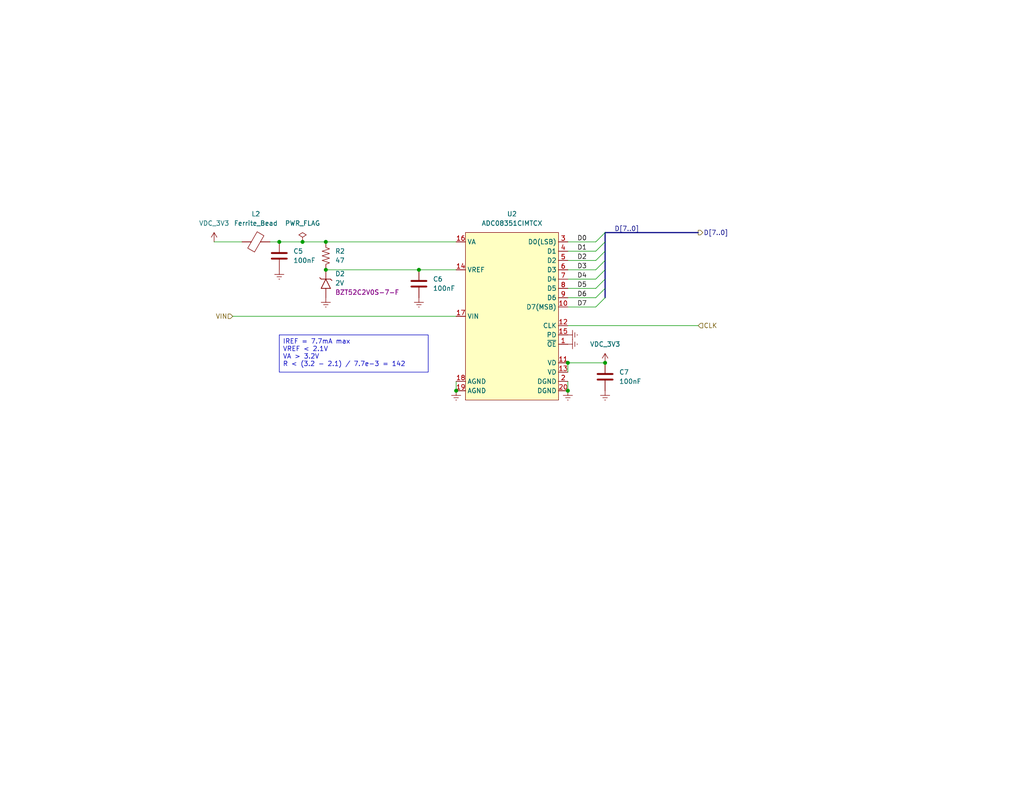
<source format=kicad_sch>
(kicad_sch (version 20231120) (generator "eeschema") (generator_version "8.0")
  (paper "A")
  (title_block (title "${PROJECT_NAME}") (date "2025-03-18") (rev "${PCB_REVISION}") (company "BRENDANHAINES.COM"))
  (lib_symbols
    (symbol "bh:ADC08351CIMTCX" (exclude_from_sim yes)
      (property "Reference" "U" (at 0 0 0))
      (property "Value" "ADC08351CIMTCX" (at 0 0 0))
      (symbol "ADC08351CIMTCX_1_1"
        (rectangle (start 0 0) (end 25.4 -45.72) (fill (type background)))
        (pin input line (at 27.94 -30.48 180) (length 2.54) (name "~{OE}") (number "1"))
        (pin output line (at 27.94 -20.32 180) (length 2.54) (name "D7(MSB)") (number "10"))
        (pin power_in line (at 27.94 -35.56 180) (length 2.54) (name "VD") (number "11"))
        (pin input line (at 27.94 -25.4 180) (length 2.54) (name "CLK") (number "12"))
        (pin power_in line (at 27.94 -38.1 180) (length 2.54) (name "VD") (number "13"))
        (pin input line (at -2.54 -10.16 0) (length 2.54) (name "VREF") (number "14"))
        (pin input line (at 27.94 -27.94 180) (length 2.54) (name "PD") (number "15"))
        (pin power_in line (at -2.54 -2.54 0) (length 2.54) (name "VA") (number "16"))
        (pin input line (at -2.54 -22.86 0) (length 2.54) (name "VIN") (number "17"))
        (pin power_in line (at -2.54 -40.64 0) (length 2.54) (name "AGND") (number "18"))
        (pin power_in line (at -2.54 -43.18 0) (length 2.54) (name "AGND") (number "19"))
        (pin power_in line (at 27.94 -40.64 180) (length 2.54) (name "DGND") (number "2"))
        (pin power_in line (at 27.94 -43.18 180) (length 2.54) (name "DGND") (number "20"))
        (pin output line (at 27.94 -2.54 180) (length 2.54) (name "D0(LSB)") (number "3"))
        (pin output line (at 27.94 -5.08 180) (length 2.54) (name "D1") (number "4"))
        (pin output line (at 27.94 -7.62 180) (length 2.54) (name "D2") (number "5"))
        (pin output line (at 27.94 -10.16 180) (length 2.54) (name "D3") (number "6"))
        (pin output line (at 27.94 -12.7 180) (length 2.54) (name "D4") (number "7"))
        (pin output line (at 27.94 -15.24 180) (length 2.54) (name "D5") (number "8"))
        (pin output line (at 27.94 -17.78 180) (length 2.54) (name "D6") (number "9"))
      )
    )
    (symbol "bh:C" (pin_numbers hide) (pin_names (offset 0.254))
      (property "Reference" "C" (at 0.635 2.54 0))
      (property "Value" "C" (at 0.635 -2.54 0))
      (symbol "C_0_1"
        (polyline (pts (xy -2.032 -0.762) (xy 2.032 -0.762)) (stroke (width 0.508)))
        (polyline (pts (xy -2.032 0.762) (xy 2.032 0.762)) (stroke (width 0.508)))
      )
      (symbol "C_1_1"
        (pin passive line (at 0 3.81 270) (length 2.794) (name "~") (number "1"))
        (pin passive line (at 0 -3.81 90) (length 2.794) (name "~") (number "2"))
      )
    )
    (symbol "bh:D_ZENER" (pin_numbers hide) (pin_names (offset 1.016) hide)
      (property "Reference" "D" (at 0 2.54 0))
      (symbol "D_ZENER_0_1"
        (polyline (pts (xy -1.27 -1.27) (xy -1.651 -1.651)) (stroke (width 0.2032)))
        (polyline (pts (xy -1.27 1.27) (xy -1.27 -1.27)) (stroke (width 0.2032)))
        (polyline (pts (xy -1.27 1.27) (xy -0.889 1.651)) (stroke (width 0.2032)))
        (polyline (pts (xy 1.27 1.27) (xy 1.27 -1.27) (xy -1.27 0) (xy 1.27 1.27)) (stroke (width 0.2032)))
      )
      (symbol "D_ZENER_1_1"
        (pin passive line (at 3.81 0 180) (length 2.54) (name "A") (number "A"))
        (pin passive line (at -3.81 0 0) (length 2.54) (name "K") (number "K"))
      )
    )
    (symbol "bh:Ferrite_Bead" (pin_numbers hide) (pin_names (offset 0))
      (property "Reference" "L" (at -3.81 0.635 90))
      (property "Value" "Ferrite_Bead" (at 3.81 0 90))
      (symbol "Ferrite_Bead_0_1"
        (polyline (pts (xy 0 -1.27) (xy 0 -1.2192)))
        (polyline (pts (xy 0 1.27) (xy 0 1.2954)))
        (polyline (pts (xy -2.7686 0.4064) (xy -1.7018 2.2606) (xy 2.7686 -0.3048) (xy 1.6764 -2.159) (xy -2.7686 0.4064)))
      )
      (symbol "Ferrite_Bead_1_1"
        (pin passive line (at 0 3.81 270) (length 2.54) (name "~") (number "1"))
        (pin passive line (at 0 -3.81 90) (length 2.54) (name "~") (number "2"))
      )
    )
    (symbol "bh:GND" (power) (pin_names (offset 0))
      (symbol "GND_0_1"
        (polyline (pts (xy -0.635 -1.905) (xy 0.635 -1.905)))
        (polyline (pts (xy -0.127 -2.54) (xy 0.127 -2.54)))
        (polyline (pts (xy 0 -1.27) (xy 0 0)))
        (polyline (pts (xy 1.27 -1.27) (xy -1.27 -1.27)))
      )
      (symbol "GND_1_1"
        (pin power_in line (at 0 0 90) (length 0) hide (name "GND") (number "1"))
      )
    )
    (symbol "bh:PWR_FLAG" (power) (pin_numbers hide) (pin_names (offset 0) hide)
      (property "Value" "PWR_FLAG" (at 0 3.81 0))
      (symbol "PWR_FLAG_0_0"
        (pin power_out line (at 0 0 90) (length 0) (name "pwr") (number "1"))
      )
      (symbol "PWR_FLAG_0_1"
        (polyline (pts (xy 0 0) (xy 0 1.27) (xy -1.016 1.905) (xy 0 2.54) (xy 1.016 1.905) (xy 0 1.27)))
      )
    )
    (symbol "bh:R" (pin_numbers hide) (pin_names (offset 0))
      (property "Reference" "R" (at 2.032 0 90))
      (property "Value" "R" (at -1.905 0 90))
      (symbol "R_0_1"
        (polyline (pts (xy 0 -2.54) (xy 0 -2.286) (xy 1.016 -1.905) (xy -1.016 -1.27) (xy 1.016 -0.635) (xy -1.016 0) (xy 1.016 0.635) (xy -1.016 1.27) (xy 1.016 1.905) (xy 0 2.286) (xy 0 2.54)))
      )
      (symbol "R_1_1"
        (pin passive line (at 0 3.81 270) (length 1.27) (name "~") (number "1"))
        (pin passive line (at 0 -3.81 90) (length 1.27) (name "~") (number "2"))
      )
    )
    (symbol "bh:VDC_3V3" (power) (pin_names (offset 0))
      (property "Value" "VDC_3V3" (at 0 3.556 0))
      (symbol "VDC_3V3_0_1"
        (polyline (pts (xy -0.762 1.27) (xy 0 2.54)))
        (polyline (pts (xy 0 0) (xy 0 2.54)))
        (polyline (pts (xy 0 2.54) (xy 0.762 1.27)))
      )
      (symbol "VDC_3V3_1_1"
        (pin power_in line (at 0 0 90) (length 0) hide (name "VDC_3V3") (number "1"))
      )
    )
  )
  (junction (at 88.9 73.66))
  (junction (at 88.9 66.04))
  (junction (at 82.55 66.04))
  (junction (at 154.94 106.68))
  (junction (at 165.1 99.06))
  (junction (at 124.46 106.68))
  (junction (at 114.3 73.66))
  (junction (at 76.2 66.04))
  (junction (at 154.94 99.06))
  (bus_entry (at 162.56 76.2) (size 2.54 -2.54))
  (bus_entry (at 162.56 78.74) (size 2.54 -2.54))
  (bus_entry (at 162.56 81.28) (size 2.54 -2.54))
  (bus_entry (at 162.56 71.12) (size 2.54 -2.54))
  (bus_entry (at 162.56 83.82) (size 2.54 -2.54))
  (bus_entry (at 162.56 68.58) (size 2.54 -2.54))
  (bus_entry (at 162.56 73.66) (size 2.54 -2.54))
  (bus_entry (at 162.56 66.04) (size 2.54 -2.54))
  (wire (pts (xy 154.94 66.04) (xy 162.56 66.04)))
  (wire (pts (xy 88.9 66.04) (xy 124.46 66.04)))
  (wire (pts (xy 88.9 73.66) (xy 114.3 73.66)))
  (wire (pts (xy 154.94 68.58) (xy 162.56 68.58)))
  (wire (pts (xy 73.66 66.04) (xy 76.2 66.04)))
  (wire (pts (xy 63.5 86.36) (xy 124.46 86.36)))
  (wire (pts (xy 154.94 78.74) (xy 162.56 78.74)))
  (wire (pts (xy 58.42 66.04) (xy 66.04 66.04)))
  (wire (pts (xy 154.94 83.82) (xy 162.56 83.82)))
  (bus (pts (xy 165.1 73.66) (xy 165.1 71.12)))
  (wire (pts (xy 82.55 66.04) (xy 88.9 66.04)))
  (bus (pts (xy 165.1 76.2) (xy 165.1 73.66)))
  (wire (pts (xy 154.94 104.14) (xy 154.94 106.68)))
  (bus (pts (xy 165.1 63.5) (xy 190.5 63.5)))
  (wire (pts (xy 76.2 66.04) (xy 82.55 66.04)))
  (wire (pts (xy 154.94 99.06) (xy 165.1 99.06)))
  (wire (pts (xy 154.94 76.2) (xy 162.56 76.2)))
  (bus (pts (xy 165.1 68.58) (xy 165.1 66.04)))
  (wire (pts (xy 154.94 88.9) (xy 190.5 88.9)))
  (wire (pts (xy 154.94 73.66) (xy 162.56 73.66)))
  (wire (pts (xy 124.46 104.14) (xy 124.46 106.68)))
  (bus (pts (xy 165.1 81.28) (xy 165.1 78.74)))
  (wire (pts (xy 154.94 71.12) (xy 162.56 71.12)))
  (bus (pts (xy 165.1 71.12) (xy 165.1 68.58)))
  (bus (pts (xy 165.1 66.04) (xy 165.1 63.5)))
  (bus (pts (xy 165.1 78.74) (xy 165.1 76.2)))
  (wire (pts (xy 114.3 73.66) (xy 124.46 73.66)))
  (wire (pts (xy 154.94 81.28) (xy 162.56 81.28)))
  (wire (pts (xy 154.94 99.06) (xy 154.94 101.6)))
  (text_box "IREF = 7.7mA max\nVREF < 2.1V\nVA > 3.2V\nR < (3.2 - 2.1) / 7.7e-3 = 142" (at 76.2 91.44 0) (size 40.64 10.16) (effects (font (size 1.27 1.27)) (justify left top)))
  (label "D7" (at 157.48 83.82 0))
  (label "D0" (at 157.48 66.04 0))
  (label "D2" (at 157.48 71.12 0))
  (label "D1" (at 157.48 68.58 0))
  (label "D4" (at 157.48 76.2 0))
  (label "D[7..0]" (at 167.64 63.5 0))
  (label "D5" (at 157.48 78.74 0))
  (label "D3" (at 157.48 73.66 0))
  (label "D6" (at 157.48 81.28 0))
  (hierarchical_label "VIN" (shape input) (at 63.5 86.36 180))
  (hierarchical_label "D[7..0]" (shape output) (at 190.5 63.5 0))
  (hierarchical_label "CLK" (shape input) (at 190.5 88.9 0))
  (symbol (lib_id "bh:GND") (at 165.1 106.68 0) (unit 1)
    (property "Reference" "#PWR028" (effects (hide yes)))
    (property "Value" "GND" (effects (hide yes)))
    (property "Description" "Power Symbol" (effects (hide yes)))
    (instances (project "pluto_shield" (path "" (reference "#PWR028") (unit 1)) (path "" (reference "#PWR011") (unit 1))))
  )
  (symbol (lib_id "bh:ADC08351CIMTCX") (at 127 63.5 0) (unit 1) (exclude_from_sim yes)
    (property "Reference" "U2" (at 139.7 58.42 0))
    (property "Value" "ADC08351CIMTCX" (at 139.7 60.96 0))
    (property "Footprint" "common:SOP20_TI_PW0020A" (effects (hide yes)))
    (property "Datasheet" "https://www.ti.com/lit/ds/symlink/adc08351.pdf" (effects (hide yes)))
    (property "Description" "ADC, 8bit, parallel, 20TSSOP" (effects (hide yes)))
    (property "Manufacturer" "Texas Instruments" (effects (hide yes)))
    (property "ManufacturerPartNumber" "ADC08351CIMTCX/NOPB" (effects (hide yes)))
    (instances (project "pluto_shield" (path "" (reference "U2") (unit 1)) (path "" (reference "U1") (unit 1))))
  )
  (symbol (lib_id "bh:VDC_3V3") (at 58.42 66.04 0) (unit 1)
    (property "Reference" "#PWR020" (effects (hide yes)))
    (property "Value" "VDC_3V3" (at 58.42 60.96 0))
    (property "Description" "Power Symbol" (effects (hide yes)))
    (instances (project "pluto_shield" (path "" (reference "#PWR020") (unit 1)) (path "" (reference "#PWR019") (unit 1))))
  )
  (symbol (lib_id "bh:GND") (at 154.94 93.98 90) (unit 1)
    (property "Reference" "#PWR026" (effects (hide yes)))
    (property "Value" "GND" (effects (hide yes)))
    (property "Description" "Power Symbol" (effects (hide yes)))
    (instances (project "pluto_shield" (path "" (reference "#PWR026") (unit 1)) (path "" (reference "#PWR014") (unit 1))))
  )
  (symbol (lib_id "bh:VDC_3V3") (at 165.1 99.06 0) (unit 1)
    (property "Reference" "#PWR029" (effects (hide yes)))
    (property "Value" "VDC_3V3" (at 165.1 93.98 0))
    (property "Description" "Power Symbol" (effects (hide yes)))
    (instances (project "pluto_shield" (path "" (reference "#PWR029") (unit 1)) (path "" (reference "#PWR013") (unit 1))))
  )
  (symbol (lib_id "bh:Ferrite_Bead") (at 69.85 66.04 90) (unit 1)
    (property "Reference" "L2" (at 69.7992 58.42 90))
    (property "Value" "Ferrite_Bead" (at 69.7992 60.96 90))
    (property "Footprint" "common:R0402" (effects (hide yes)))
    (property "Description" "Ferrite" (effects (hide yes)))
    (instances (project "pluto_shield" (path "" (reference "L2") (unit 1)) (path "" (reference "L1") (unit 1))))
  )
  (symbol (lib_id "bh:GND") (at 114.3 81.28 0) (unit 1)
    (property "Reference" "#PWR023" (effects (hide yes)))
    (property "Value" "GND" (effects (hide yes)))
    (property "Description" "Power Symbol" (effects (hide yes)))
    (instances (project "pluto_shield" (path "" (reference "#PWR023") (unit 1)) (path "" (reference "#PWR018") (unit 1))))
  )
  (symbol (lib_id "bh:R") (at 88.9 69.85 0) (unit 1)
    (property "Reference" "R2" (at 91.44 68.5799 0) (effects (justify left)))
    (property "Value" "47" (at 91.44 71.1199 0) (effects (justify left)))
    (property "Footprint" "common:R0402" (effects (hide yes)))
    (property "Description" "Resistor" (effects (hide yes)))
    (property "FieldName" "Value" (effects (hide yes)))
    (property "Sim.Device" "R" (effects (hide yes)))
    (property "Sim.Pins" "1=+ 2=-" (effects (hide yes)))
    (instances (project "pluto_shield" (path "" (reference "R2") (unit 1)) (path "" (reference "R1") (unit 1))))
  )
  (symbol (lib_id "bh:C") (at 76.2 69.85 0) (unit 1)
    (property "Reference" "C5" (at 80.01 68.5799 0) (effects (justify left)))
    (property "Value" "100nF" (at 80.01 71.1199 0) (effects (justify left)))
    (property "Footprint" "common:C0402" (effects (hide yes)))
    (property "Description" "Capacitor" (effects (hide yes)))
    (property "FieldName" "Value" (effects (hide yes)))
    (property "Sim.Device" "C" (effects (hide yes)))
    (property "Sim.Pins" "1=+ 2=-" (effects (hide yes)))
    (instances (project "pluto_shield" (path "" (reference "C5") (unit 1)) (path "" (reference "C3") (unit 1))))
  )
  (symbol (lib_id "bh:GND") (at 76.2 73.66 0) (unit 1)
    (property "Reference" "#PWR021" (effects (hide yes)))
    (property "Value" "GND" (effects (hide yes)))
    (property "Description" "Power Symbol" (effects (hide yes)))
    (instances (project "pluto_shield" (path "" (reference "#PWR021") (unit 1)) (path "" (reference "#PWR016") (unit 1))))
  )
  (symbol (lib_id "bh:GND") (at 88.9 81.28 0) (unit 1)
    (property "Reference" "#PWR022" (effects (hide yes)))
    (property "Value" "GND" (effects (hide yes)))
    (property "Description" "Power Symbol" (effects (hide yes)))
    (instances (project "pluto_shield" (path "" (reference "#PWR022") (unit 1)) (path "" (reference "#PWR017") (unit 1))))
  )
  (symbol (lib_id "bh:GND") (at 124.46 106.68 0) (unit 1)
    (property "Reference" "#PWR024" (effects (hide yes)))
    (property "Value" "GND" (effects (hide yes)))
    (property "Description" "Power Symbol" (effects (hide yes)))
    (instances (project "pluto_shield" (path "" (reference "#PWR024") (unit 1)) (path "" (reference "#PWR09") (unit 1))))
  )
  (symbol (lib_id "bh:GND") (at 154.94 106.68 0) (unit 1)
    (property "Reference" "#PWR027" (effects (hide yes)))
    (property "Value" "GND" (effects (hide yes)))
    (property "Description" "Power Symbol" (effects (hide yes)))
    (instances (project "pluto_shield" (path "" (reference "#PWR027") (unit 1)) (path "" (reference "#PWR010") (unit 1))))
  )
  (symbol (lib_id "bh:C") (at 165.1 102.87 0) (unit 1)
    (property "Reference" "C7" (at 168.91 101.5999 0) (effects (justify left)))
    (property "Value" "100nF" (at 168.91 104.1399 0) (effects (justify left)))
    (property "Footprint" "common:C0402" (effects (hide yes)))
    (property "Description" "Capacitor" (effects (hide yes)))
    (property "FieldName" "Value" (effects (hide yes)))
    (property "Sim.Device" "C" (effects (hide yes)))
    (property "Sim.Pins" "1=+ 2=-" (effects (hide yes)))
    (instances (project "pluto_shield" (path "" (reference "C7") (unit 1)) (path "" (reference "C1") (unit 1))))
  )
  (symbol (lib_id "bh:GND") (at 154.94 91.44 90) (unit 1)
    (property "Reference" "#PWR025" (effects (hide yes)))
    (property "Value" "GND" (effects (hide yes)))
    (property "Description" "Power Symbol" (effects (hide yes)))
    (instances (project "pluto_shield" (path "" (reference "#PWR025") (unit 1)) (path "" (reference "#PWR015") (unit 1))))
  )
  (symbol (lib_id "bh:C") (at 114.3 77.47 0) (unit 1)
    (property "Reference" "C6" (at 118.11 76.1999 0) (effects (justify left)))
    (property "Value" "100nF" (at 118.11 78.7399 0) (effects (justify left)))
    (property "Footprint" "common:C0402" (effects (hide yes)))
    (property "Description" "Capacitor" (effects (hide yes)))
    (property "FieldName" "Value" (effects (hide yes)))
    (property "Sim.Device" "C" (effects (hide yes)))
    (property "Sim.Pins" "1=+ 2=-" (effects (hide yes)))
    (instances (project "pluto_shield" (path "" (reference "C6") (unit 1)) (path "" (reference "C4") (unit 1))))
  )
  (symbol (lib_id "bh:D_ZENER") (at 88.9 77.47 270) (unit 1)
    (property "Reference" "D2" (at 91.44 74.7394 90) (effects (justify left)))
    (property "Value" "2V" (at 91.44 77.2794 90) (effects (justify left)))
    (property "Footprint" "common:SOD-323" (effects (hide yes)))
    (property "Description" "Diode, Zener" (effects (hide yes)))
    (property "mfr" "Diodes Incorporated" (effects (hide yes)))
    (property "mpn" "BZT52C2V0S-7-F" (at 91.44 79.8194 90) (effects (justify left)))
    (instances (project "pluto_shield" (path "" (reference "D2") (unit 1)) (path "" (reference "D1") (unit 1))))
  )
  (symbol (lib_id "bh:PWR_FLAG") (at 82.55 66.04 0) (unit 1)
    (property "Reference" "#FLG04" (effects (hide yes)))
    (property "Value" "PWR_FLAG" (at 82.55 60.96 0))
    (property "Description" "Special symbol for telling ERC where power comes from" (effects (hide yes)))
    (instances (project "" (path "" (reference "#FLG05") (unit 1)) (path "" (reference "#FLG04") (unit 1))))
  )
)
</source>
